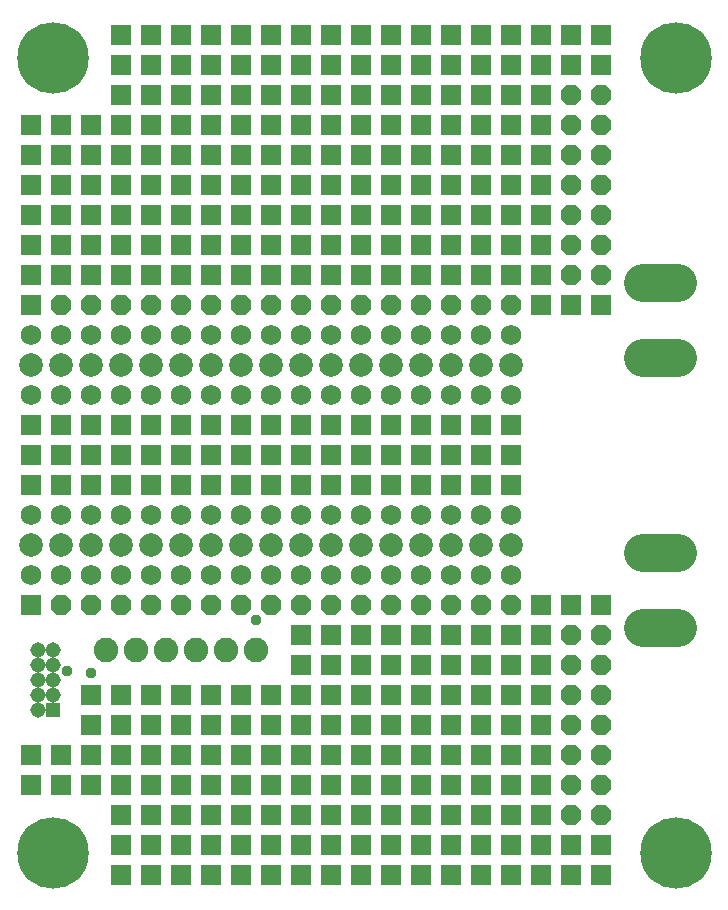
<source format=gbs>
G75*
%MOIN*%
%OFA0B0*%
%FSLAX24Y24*%
%IPPOS*%
%LPD*%
%AMOC8*
5,1,8,0,0,1.08239X$1,22.5*
%
%ADD10C,0.0789*%
%ADD11C,0.0682*%
%ADD12R,0.0680X0.0680*%
%ADD13OC8,0.0680*%
%ADD14C,0.1265*%
%ADD15C,0.2380*%
%ADD16R,0.0516X0.0516*%
%ADD17C,0.0516*%
%ADD18C,0.0820*%
%ADD19C,0.0370*%
D10*
X001050Y012050D03*
X002050Y012050D03*
X003050Y012050D03*
X004050Y012050D03*
X005050Y012050D03*
X006050Y012050D03*
X007050Y012050D03*
X008050Y012050D03*
X009050Y012050D03*
X010050Y012050D03*
X011050Y012050D03*
X012050Y012050D03*
X013050Y012050D03*
X014050Y012050D03*
X015050Y012050D03*
X016050Y012050D03*
X017050Y012050D03*
X017050Y018050D03*
X016050Y018050D03*
X015050Y018050D03*
X014050Y018050D03*
X013050Y018050D03*
X012050Y018050D03*
X011050Y018050D03*
X010050Y018050D03*
X009050Y018050D03*
X008050Y018050D03*
X007050Y018050D03*
X006050Y018050D03*
X005050Y018050D03*
X004050Y018050D03*
X003050Y018050D03*
X002050Y018050D03*
X001050Y018050D03*
D11*
X001050Y017050D03*
X002050Y017050D03*
X003050Y017050D03*
X004050Y017050D03*
X005050Y017050D03*
X006050Y017050D03*
X007050Y017050D03*
X008050Y017050D03*
X009050Y017050D03*
X010050Y017050D03*
X011050Y017050D03*
X012050Y017050D03*
X013050Y017050D03*
X014050Y017050D03*
X015050Y017050D03*
X016050Y017050D03*
X017050Y017050D03*
X017050Y019050D03*
X016050Y019050D03*
X015050Y019050D03*
X014050Y019050D03*
X013050Y019050D03*
X012050Y019050D03*
X011050Y019050D03*
X010050Y019050D03*
X009050Y019050D03*
X008050Y019050D03*
X007050Y019050D03*
X006050Y019050D03*
X005050Y019050D03*
X004050Y019050D03*
X003050Y019050D03*
X002050Y019050D03*
X001050Y019050D03*
X001050Y013050D03*
X002050Y013050D03*
X003050Y013050D03*
X004050Y013050D03*
X005050Y013050D03*
X006050Y013050D03*
X007050Y013050D03*
X008050Y013050D03*
X009050Y013050D03*
X010050Y013050D03*
X011050Y013050D03*
X012050Y013050D03*
X013050Y013050D03*
X014050Y013050D03*
X015050Y013050D03*
X016050Y013050D03*
X017050Y013050D03*
X017050Y011050D03*
X016050Y011050D03*
X015050Y011050D03*
X014050Y011050D03*
X013050Y011050D03*
X012050Y011050D03*
X011050Y011050D03*
X010050Y011050D03*
X009050Y011050D03*
X008050Y011050D03*
X007050Y011050D03*
X006050Y011050D03*
X005050Y011050D03*
X004050Y011050D03*
X003050Y011050D03*
X002050Y011050D03*
X001050Y011050D03*
D12*
X001050Y010050D03*
X003050Y007050D03*
X003050Y006050D03*
X003050Y005050D03*
X003050Y004050D03*
X002050Y004050D03*
X002050Y005050D03*
X001050Y005050D03*
X001050Y004050D03*
X004050Y004050D03*
X004050Y003050D03*
X004050Y002050D03*
X004050Y001050D03*
X005050Y001050D03*
X005050Y002050D03*
X005050Y003050D03*
X005050Y004050D03*
X005050Y005050D03*
X005050Y006050D03*
X005050Y007050D03*
X004050Y007050D03*
X004050Y006050D03*
X004050Y005050D03*
X006050Y005050D03*
X006050Y004050D03*
X006050Y003050D03*
X006050Y002050D03*
X006050Y001050D03*
X007050Y001050D03*
X007050Y002050D03*
X007050Y003050D03*
X007050Y004050D03*
X007050Y005050D03*
X007050Y006050D03*
X007050Y007050D03*
X006050Y007050D03*
X006050Y006050D03*
X008050Y006050D03*
X008050Y007050D03*
X009050Y007050D03*
X009050Y006050D03*
X009050Y005050D03*
X009050Y004050D03*
X009050Y003050D03*
X009050Y002050D03*
X009050Y001050D03*
X008050Y001050D03*
X008050Y002050D03*
X008050Y003050D03*
X008050Y004050D03*
X008050Y005050D03*
X010050Y005050D03*
X010050Y004050D03*
X010050Y003050D03*
X010050Y002050D03*
X010050Y001050D03*
X011050Y001050D03*
X011050Y002050D03*
X011050Y003050D03*
X011050Y004050D03*
X011050Y005050D03*
X011050Y006050D03*
X011050Y007050D03*
X011050Y008050D03*
X011050Y009050D03*
X010050Y009050D03*
X010050Y008050D03*
X010050Y007050D03*
X010050Y006050D03*
X012050Y006050D03*
X012050Y007050D03*
X012050Y008050D03*
X012050Y009050D03*
X013050Y009050D03*
X013050Y008050D03*
X013050Y007050D03*
X013050Y006050D03*
X013050Y005050D03*
X013050Y004050D03*
X013050Y003050D03*
X013050Y002050D03*
X013050Y001050D03*
X012050Y001050D03*
X012050Y002050D03*
X012050Y003050D03*
X012050Y004050D03*
X012050Y005050D03*
X014050Y005050D03*
X014050Y004050D03*
X014050Y003050D03*
X014050Y002050D03*
X014050Y001050D03*
X015050Y001050D03*
X015050Y002050D03*
X015050Y003050D03*
X015050Y004050D03*
X015050Y005050D03*
X015050Y006050D03*
X015050Y007050D03*
X015050Y008050D03*
X015050Y009050D03*
X014050Y009050D03*
X014050Y008050D03*
X014050Y007050D03*
X014050Y006050D03*
X016050Y006050D03*
X016050Y007050D03*
X016050Y008050D03*
X016050Y009050D03*
X017050Y009050D03*
X017050Y008050D03*
X017050Y007050D03*
X017050Y006050D03*
X017050Y005050D03*
X017050Y004050D03*
X017050Y003050D03*
X017050Y002050D03*
X017050Y001050D03*
X018050Y001050D03*
X018050Y002050D03*
X018050Y003050D03*
X018050Y004050D03*
X018050Y005050D03*
X018050Y006050D03*
X018050Y007050D03*
X018050Y008050D03*
X018050Y009050D03*
X018050Y010050D03*
X019050Y010050D03*
X020050Y010050D03*
X017050Y014050D03*
X017050Y015050D03*
X017050Y016050D03*
X016050Y016050D03*
X016050Y015050D03*
X016050Y014050D03*
X015050Y014050D03*
X015050Y015050D03*
X015050Y016050D03*
X014050Y016050D03*
X014050Y015050D03*
X014050Y014050D03*
X013050Y014050D03*
X013050Y015050D03*
X013050Y016050D03*
X012050Y016050D03*
X012050Y015050D03*
X012050Y014050D03*
X011050Y014050D03*
X011050Y015050D03*
X011050Y016050D03*
X010050Y016050D03*
X010050Y015050D03*
X010050Y014050D03*
X009050Y014050D03*
X009050Y015050D03*
X009050Y016050D03*
X008050Y016050D03*
X008050Y015050D03*
X008050Y014050D03*
X007050Y014050D03*
X007050Y015050D03*
X007050Y016050D03*
X006050Y016050D03*
X006050Y015050D03*
X006050Y014050D03*
X005050Y014050D03*
X005050Y015050D03*
X005050Y016050D03*
X004050Y016050D03*
X004050Y015050D03*
X004050Y014050D03*
X003050Y014050D03*
X003050Y015050D03*
X003050Y016050D03*
X002050Y016050D03*
X002050Y015050D03*
X002050Y014050D03*
X001050Y014050D03*
X001050Y015050D03*
X001050Y016050D03*
X001050Y020050D03*
X001050Y021050D03*
X001050Y022050D03*
X001050Y023050D03*
X001050Y024050D03*
X001050Y025050D03*
X001050Y026050D03*
X002050Y026050D03*
X002050Y025050D03*
X002050Y024050D03*
X002050Y023050D03*
X002050Y022050D03*
X002050Y021050D03*
X003050Y021050D03*
X003050Y022050D03*
X003050Y023050D03*
X003050Y024050D03*
X003050Y025050D03*
X003050Y026050D03*
X004050Y026050D03*
X004050Y025050D03*
X004050Y024050D03*
X004050Y023050D03*
X004050Y022050D03*
X004050Y021050D03*
X005050Y021050D03*
X005050Y022050D03*
X005050Y023050D03*
X005050Y024050D03*
X005050Y025050D03*
X005050Y026050D03*
X005050Y027050D03*
X005050Y028050D03*
X005050Y029050D03*
X004050Y029050D03*
X004050Y028050D03*
X004050Y027050D03*
X006050Y027050D03*
X006050Y026050D03*
X006050Y025050D03*
X006050Y024050D03*
X006050Y023050D03*
X006050Y022050D03*
X006050Y021050D03*
X007050Y021050D03*
X007050Y022050D03*
X007050Y023050D03*
X007050Y024050D03*
X007050Y025050D03*
X007050Y026050D03*
X007050Y027050D03*
X007050Y028050D03*
X007050Y029050D03*
X006050Y029050D03*
X006050Y028050D03*
X008050Y028050D03*
X008050Y029050D03*
X009050Y029050D03*
X009050Y028050D03*
X009050Y027050D03*
X009050Y026050D03*
X009050Y025050D03*
X009050Y024050D03*
X009050Y023050D03*
X009050Y022050D03*
X009050Y021050D03*
X008050Y021050D03*
X008050Y022050D03*
X008050Y023050D03*
X008050Y024050D03*
X008050Y025050D03*
X008050Y026050D03*
X008050Y027050D03*
X010050Y027050D03*
X010050Y026050D03*
X010050Y025050D03*
X010050Y024050D03*
X010050Y023050D03*
X010050Y022050D03*
X010050Y021050D03*
X011050Y021050D03*
X011050Y022050D03*
X011050Y023050D03*
X011050Y024050D03*
X011050Y025050D03*
X011050Y026050D03*
X011050Y027050D03*
X011050Y028050D03*
X011050Y029050D03*
X010050Y029050D03*
X010050Y028050D03*
X012050Y028050D03*
X012050Y029050D03*
X013050Y029050D03*
X013050Y028050D03*
X013050Y027050D03*
X013050Y026050D03*
X013050Y025050D03*
X013050Y024050D03*
X013050Y023050D03*
X013050Y022050D03*
X013050Y021050D03*
X012050Y021050D03*
X012050Y022050D03*
X012050Y023050D03*
X012050Y024050D03*
X012050Y025050D03*
X012050Y026050D03*
X012050Y027050D03*
X014050Y027050D03*
X014050Y026050D03*
X014050Y025050D03*
X014050Y024050D03*
X014050Y023050D03*
X014050Y022050D03*
X014050Y021050D03*
X015050Y021050D03*
X015050Y022050D03*
X015050Y023050D03*
X015050Y024050D03*
X015050Y025050D03*
X015050Y026050D03*
X015050Y027050D03*
X015050Y028050D03*
X015050Y029050D03*
X014050Y029050D03*
X014050Y028050D03*
X016050Y028050D03*
X016050Y029050D03*
X017050Y029050D03*
X017050Y028050D03*
X017050Y027050D03*
X017050Y026050D03*
X017050Y025050D03*
X017050Y024050D03*
X017050Y023050D03*
X017050Y022050D03*
X017050Y021050D03*
X018050Y021050D03*
X018050Y020050D03*
X019050Y020050D03*
X020050Y020050D03*
X018050Y022050D03*
X018050Y023050D03*
X018050Y024050D03*
X018050Y025050D03*
X018050Y026050D03*
X018050Y027050D03*
X018050Y028050D03*
X018050Y029050D03*
X019050Y029050D03*
X019050Y028050D03*
X020050Y028050D03*
X020050Y029050D03*
X016050Y027050D03*
X016050Y026050D03*
X016050Y025050D03*
X016050Y024050D03*
X016050Y023050D03*
X016050Y022050D03*
X016050Y021050D03*
X016050Y005050D03*
X016050Y004050D03*
X016050Y003050D03*
X016050Y002050D03*
X016050Y001050D03*
X019050Y001050D03*
X019050Y002050D03*
X020050Y002050D03*
X020050Y001050D03*
D13*
X020050Y003050D03*
X020050Y004050D03*
X020050Y005050D03*
X020050Y006050D03*
X020050Y007050D03*
X020050Y008050D03*
X020050Y009050D03*
X019050Y009050D03*
X019050Y008050D03*
X019050Y007050D03*
X019050Y006050D03*
X019050Y005050D03*
X019050Y004050D03*
X019050Y003050D03*
X017050Y010050D03*
X016050Y010050D03*
X015050Y010050D03*
X014050Y010050D03*
X013050Y010050D03*
X012050Y010050D03*
X011050Y010050D03*
X010050Y010050D03*
X009050Y010050D03*
X008050Y010050D03*
X007050Y010050D03*
X006050Y010050D03*
X005050Y010050D03*
X004050Y010050D03*
X003050Y010050D03*
X002050Y010050D03*
X002050Y020050D03*
X003050Y020050D03*
X004050Y020050D03*
X005050Y020050D03*
X006050Y020050D03*
X007050Y020050D03*
X008050Y020050D03*
X009050Y020050D03*
X010050Y020050D03*
X011050Y020050D03*
X012050Y020050D03*
X013050Y020050D03*
X014050Y020050D03*
X015050Y020050D03*
X016050Y020050D03*
X017050Y020050D03*
X019050Y021050D03*
X019050Y022050D03*
X019050Y023050D03*
X019050Y024050D03*
X019050Y025050D03*
X019050Y026050D03*
X019050Y027050D03*
X020050Y027050D03*
X020050Y026050D03*
X020050Y025050D03*
X020050Y024050D03*
X020050Y023050D03*
X020050Y022050D03*
X020050Y021050D03*
D14*
X021458Y020800D02*
X022643Y020800D01*
X022643Y018300D02*
X021458Y018300D01*
X021458Y011800D02*
X022643Y011800D01*
X022643Y009300D02*
X021458Y009300D01*
D15*
X001800Y001800D03*
X022550Y001800D03*
X022550Y028300D03*
X001800Y028300D03*
D16*
X001800Y006550D03*
D17*
X001800Y007050D03*
X001800Y007550D03*
X001800Y008050D03*
X001800Y008550D03*
X001300Y008550D03*
X001300Y008050D03*
X001300Y007550D03*
X001300Y007050D03*
X001300Y006550D03*
D18*
X003550Y008550D03*
X004550Y008550D03*
X005550Y008550D03*
X006550Y008550D03*
X007550Y008550D03*
X008550Y008550D03*
D19*
X008550Y009550D03*
X003050Y007800D03*
X002250Y007850D03*
M02*

</source>
